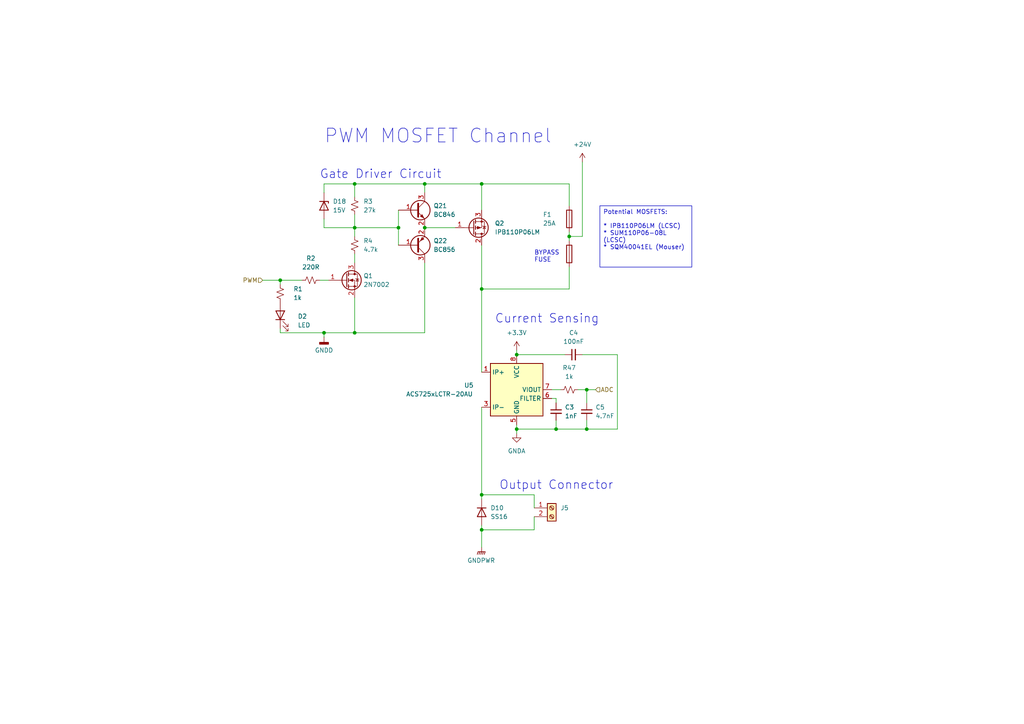
<source format=kicad_sch>
(kicad_sch (version 20231120) (generator "eeschema") (generator_version "8.0")
  (paper "A4")
  (title_block (title "Yarrboard 8ch Mosfet Driver") (rev "C1") (company "https://github.com/hoeken/yarrboard"))
  (lib_symbols
    (symbol "Connector:Screw_Terminal_01x02" (pin_names (offset 1.016) hide)
      (property "Reference" "J" (at 0 2.54 0))
      (property "Value" "Screw_Terminal_01x02" (at 0 -5.08 0))
      (symbol "Screw_Terminal_01x02_1_1"
        (rectangle (start -1.27 1.27) (end 1.27 -3.81) (stroke (width 0.254)) (fill (type background)))
        (circle (center 0 -2.54) (radius 0.635) (stroke (width 0.1524)))
        (polyline (pts (xy -0.5334 -2.2098) (xy 0.3302 -3.048)) (stroke (width 0.1524)))
        (polyline (pts (xy -0.5334 0.3302) (xy 0.3302 -0.508)) (stroke (width 0.1524)))
        (polyline (pts (xy -0.3556 -2.032) (xy 0.508 -2.8702)) (stroke (width 0.1524)))
        (polyline (pts (xy -0.3556 0.508) (xy 0.508 -0.3302)) (stroke (width 0.1524)))
        (circle (center 0 0) (radius 0.635) (stroke (width 0.1524)))
        (pin passive line (at -5.08 0 0) (length 3.81) (name "Pin_1") (number "1"))
        (pin passive line (at -5.08 -2.54 0) (length 3.81) (name "Pin_2") (number "2"))
      )
    )
    (symbol "Device:C_Small" (pin_numbers hide) (pin_names (offset 0.254) hide)
      (property "Reference" "C" (at 0.254 1.778 0))
      (property "Value" "C_Small" (at 0.254 -2.032 0))
      (symbol "C_Small_0_1"
        (polyline (pts (xy -1.524 -0.508) (xy 1.524 -0.508)) (stroke (width 0.3302)))
        (polyline (pts (xy -1.524 0.508) (xy 1.524 0.508)) (stroke (width 0.3048)))
      )
      (symbol "C_Small_1_1"
        (pin passive line (at 0 2.54 270) (length 2.032) (name "~") (number "1"))
        (pin passive line (at 0 -2.54 90) (length 2.032) (name "~") (number "2"))
      )
    )
    (symbol "Device:D_Zener" (pin_numbers hide) (pin_names (offset 1.016) hide)
      (property "Reference" "D" (at 0 2.54 0))
      (property "Value" "D_Zener" (at 0 -2.54 0))
      (symbol "D_Zener_0_1"
        (polyline (pts (xy 1.27 0) (xy -1.27 0)))
        (polyline (pts (xy -1.27 -1.27) (xy -1.27 1.27) (xy -0.762 1.27)) (stroke (width 0.254)))
        (polyline (pts (xy 1.27 -1.27) (xy 1.27 1.27) (xy -1.27 0) (xy 1.27 -1.27)) (stroke (width 0.254)))
      )
      (symbol "D_Zener_1_1"
        (pin passive line (at -3.81 0 0) (length 2.54) (name "K") (number "1"))
        (pin passive line (at 3.81 0 180) (length 2.54) (name "A") (number "2"))
      )
    )
    (symbol "Device:LED" (pin_numbers hide) (pin_names (offset 1.016) hide)
      (property "Reference" "D" (at 0 2.54 0))
      (property "Value" "LED" (at 0 -2.54 0))
      (symbol "LED_0_1"
        (polyline (pts (xy -1.27 -1.27) (xy -1.27 1.27)) (stroke (width 0.254)))
        (polyline (pts (xy -1.27 0) (xy 1.27 0)))
        (polyline (pts (xy 1.27 -1.27) (xy 1.27 1.27) (xy -1.27 0) (xy 1.27 -1.27)) (stroke (width 0.254)))
        (polyline (pts (xy -3.048 -0.762) (xy -4.572 -2.286) (xy -3.81 -2.286) (xy -4.572 -2.286) (xy -4.572 -1.524)))
        (polyline (pts (xy -1.778 -0.762) (xy -3.302 -2.286) (xy -2.54 -2.286) (xy -3.302 -2.286) (xy -3.302 -1.524)))
      )
      (symbol "LED_1_1"
        (pin passive line (at -3.81 0 0) (length 2.54) (name "K") (number "1"))
        (pin passive line (at 3.81 0 180) (length 2.54) (name "A") (number "2"))
      )
    )
    (symbol "Device:R_Small_US" (pin_numbers hide) (pin_names (offset 0.254) hide)
      (property "Reference" "R" (at 0.762 0.508 0))
      (property "Value" "R_Small_US" (at 0.762 -1.016 0))
      (symbol "R_Small_US_1_1"
        (polyline (pts (xy 0 0) (xy 1.016 -0.381) (xy 0 -0.762) (xy -1.016 -1.143) (xy 0 -1.524)))
        (polyline (pts (xy 0 1.524) (xy 1.016 1.143) (xy 0 0.762) (xy -1.016 0.381) (xy 0 0)))
        (pin passive line (at 0 2.54 270) (length 1.016) (name "~") (number "1"))
        (pin passive line (at 0 -2.54 90) (length 1.016) (name "~") (number "2"))
      )
    )
    (symbol "Diode:MRA4004T3G" (pin_numbers hide) (pin_names hide)
      (property "Reference" "D" (at 0 2.54 0))
      (property "Value" "MRA4004T3G" (at 0 -2.54 0))
      (symbol "MRA4004T3G_0_1"
        (polyline (pts (xy -1.27 1.27) (xy -1.27 -1.27)) (stroke (width 0.254)))
        (polyline (pts (xy 1.27 0) (xy -1.27 0)))
        (polyline (pts (xy 1.27 1.27) (xy 1.27 -1.27) (xy -1.27 0) (xy 1.27 1.27)) (stroke (width 0.254)))
      )
      (symbol "MRA4004T3G_1_1"
        (pin passive line (at -3.81 0 0) (length 2.54) (name "K") (number "1"))
        (pin passive line (at 3.81 0 180) (length 2.54) (name "A") (number "2"))
      )
    )
    (symbol "Sensor_Current:ACS725xLCTR-20AU"
      (property "Reference" "U" (at 2.54 11.43 0))
      (property "Value" "ACS725xLCTR-20AU" (at 2.54 8.89 0))
      (symbol "ACS725xLCTR-20AU_0_1"
        (rectangle (start -7.62 7.62) (end 7.62 -7.62) (stroke (width 0.254)) (fill (type background)))
      )
      (symbol "ACS725xLCTR-20AU_1_1"
        (pin passive line (at -10.16 5.08 0) (length 2.54) (name "IP+") (number "1"))
        (pin passive line (at -10.16 5.08 0) (length 2.54) hide (name "IP+") (number "2"))
        (pin passive line (at -10.16 -5.08 0) (length 2.54) (name "IP-") (number "3"))
        (pin passive line (at -10.16 -5.08 0) (length 2.54) hide (name "IP-") (number "4"))
        (pin power_in line (at 0 -10.16 90) (length 2.54) (name "GND") (number "5"))
        (pin passive line (at 10.16 -2.54 180) (length 2.54) (name "FILTER") (number "6"))
        (pin output line (at 10.16 0 180) (length 2.54) (name "VIOUT") (number "7"))
        (pin power_in line (at 0 10.16 270) (length 2.54) (name "VCC") (number "8"))
      )
    )
    (symbol "Transistor_BJT:BC846" (pin_names (offset 0) hide)
      (property "Reference" "Q" (at 5.08 1.905 0))
      (property "Value" "BC846" (at 5.08 0 0))
      (symbol "BC846_0_1"
        (polyline (pts (xy 0.635 0.635) (xy 2.54 2.54)))
        (polyline (pts (xy 0.635 -0.635) (xy 2.54 -2.54) (xy 2.54 -2.54)))
        (polyline (pts (xy 0.635 1.905) (xy 0.635 -1.905) (xy 0.635 -1.905)) (stroke (width 0.508)))
        (polyline (pts (xy 1.27 -1.778) (xy 1.778 -1.27) (xy 2.286 -2.286) (xy 1.27 -1.778) (xy 1.27 -1.778)) (fill (type outline)))
        (circle (center 1.27 0) (radius 2.8194) (stroke (width 0.254)))
      )
      (symbol "BC846_1_1"
        (pin input line (at -5.08 0 0) (length 5.715) (name "B") (number "1"))
        (pin passive line (at 2.54 -5.08 90) (length 2.54) (name "E") (number "2"))
        (pin passive line (at 2.54 5.08 270) (length 2.54) (name "C") (number "3"))
      )
    )
    (symbol "Transistor_BJT:BC856" (pin_names (offset 0) hide)
      (property "Reference" "Q" (at 5.08 1.905 0))
      (property "Value" "BC856" (at 5.08 0 0))
      (symbol "BC856_0_1"
        (polyline (pts (xy 0.635 0.635) (xy 2.54 2.54)))
        (polyline (pts (xy 0.635 -0.635) (xy 2.54 -2.54) (xy 2.54 -2.54)))
        (polyline (pts (xy 0.635 1.905) (xy 0.635 -1.905) (xy 0.635 -1.905)) (stroke (width 0.508)))
        (polyline (pts (xy 2.286 -1.778) (xy 1.778 -2.286) (xy 1.27 -1.27) (xy 2.286 -1.778) (xy 2.286 -1.778)) (fill (type outline)))
        (circle (center 1.27 0) (radius 2.8194) (stroke (width 0.254)))
      )
      (symbol "BC856_1_1"
        (pin input line (at -5.08 0 0) (length 5.715) (name "B") (number "1"))
        (pin passive line (at 2.54 -5.08 90) (length 2.54) (name "E") (number "2"))
        (pin passive line (at 2.54 5.08 270) (length 2.54) (name "C") (number "3"))
      )
    )
    (symbol "Transistor_FET:2N7002" (pin_names hide)
      (property "Reference" "Q" (at 5.08 1.905 0))
      (property "Value" "2N7002" (at 5.08 0 0))
      (symbol "2N7002_0_1"
        (polyline (pts (xy 0.254 0) (xy -2.54 0)))
        (polyline (pts (xy 0.254 1.905) (xy 0.254 -1.905)) (stroke (width 0.254)))
        (polyline (pts (xy 0.762 -1.27) (xy 0.762 -2.286)) (stroke (width 0.254)))
        (polyline (pts (xy 0.762 0.508) (xy 0.762 -0.508)) (stroke (width 0.254)))
        (polyline (pts (xy 0.762 2.286) (xy 0.762 1.27)) (stroke (width 0.254)))
        (polyline (pts (xy 2.54 2.54) (xy 2.54 1.778)))
        (polyline (pts (xy 2.54 -2.54) (xy 2.54 0) (xy 0.762 0)))
        (polyline (pts (xy 0.762 -1.778) (xy 3.302 -1.778) (xy 3.302 1.778) (xy 0.762 1.778)))
        (polyline (pts (xy 1.016 0) (xy 2.032 0.381) (xy 2.032 -0.381) (xy 1.016 0)) (fill (type outline)))
        (polyline (pts (xy 2.794 0.508) (xy 2.921 0.381) (xy 3.683 0.381) (xy 3.81 0.254)))
        (polyline (pts (xy 3.302 0.381) (xy 2.921 -0.254) (xy 3.683 -0.254) (xy 3.302 0.381)))
        (circle (center 1.651 0) (radius 2.794) (stroke (width 0.254)))
        (circle (center 2.54 -1.778) (radius 0.254) (fill (type outline)))
        (circle (center 2.54 1.778) (radius 0.254) (fill (type outline)))
      )
      (symbol "2N7002_1_1"
        (pin input line (at -5.08 0 0) (length 2.54) (name "G") (number "1"))
        (pin passive line (at 2.54 -5.08 90) (length 2.54) (name "S") (number "2"))
        (pin passive line (at 2.54 5.08 270) (length 2.54) (name "D") (number "3"))
      )
    )
    (symbol "Transistor_FET:IRF4905" (pin_names hide)
      (property "Reference" "Q" (at 5.08 1.905 0))
      (property "Value" "IRF4905" (at 5.08 0 0))
      (symbol "IRF4905_0_1"
        (polyline (pts (xy 0.254 0) (xy -2.54 0)))
        (polyline (pts (xy 0.254 1.905) (xy 0.254 -1.905)) (stroke (width 0.254)))
        (polyline (pts (xy 0.762 -1.27) (xy 0.762 -2.286)) (stroke (width 0.254)))
        (polyline (pts (xy 0.762 0.508) (xy 0.762 -0.508)) (stroke (width 0.254)))
        (polyline (pts (xy 0.762 2.286) (xy 0.762 1.27)) (stroke (width 0.254)))
        (polyline (pts (xy 2.54 2.54) (xy 2.54 1.778)))
        (polyline (pts (xy 2.54 -2.54) (xy 2.54 0) (xy 0.762 0)))
        (polyline (pts (xy 0.762 1.778) (xy 3.302 1.778) (xy 3.302 -1.778) (xy 0.762 -1.778)))
        (polyline (pts (xy 2.286 0) (xy 1.27 0.381) (xy 1.27 -0.381) (xy 2.286 0)) (fill (type outline)))
        (polyline (pts (xy 2.794 -0.508) (xy 2.921 -0.381) (xy 3.683 -0.381) (xy 3.81 -0.254)))
        (polyline (pts (xy 3.302 -0.381) (xy 2.921 0.254) (xy 3.683 0.254) (xy 3.302 -0.381)))
        (circle (center 1.651 0) (radius 2.794) (stroke (width 0.254)))
        (circle (center 2.54 -1.778) (radius 0.254) (fill (type outline)))
        (circle (center 2.54 1.778) (radius 0.254) (fill (type outline)))
      )
      (symbol "IRF4905_1_1"
        (pin input line (at -5.08 0 0) (length 2.54) (name "G") (number "1"))
        (pin passive line (at 2.54 5.08 270) (length 2.54) (name "D") (number "2"))
        (pin passive line (at 2.54 -5.08 90) (length 2.54) (name "S") (number "3"))
      )
    )
    (symbol "gnarboard:ATC Fuse Bypass" (pin_numbers hide) (pin_names (offset 0))
      (property "Reference" "F" (at 2.032 5.08 90))
      (property "Value" "ATC Fuse Bypass" (at -1.905 5.08 90))
      (symbol "ATC Fuse Bypass_0_1"
        (rectangle (start -0.762 -7.62) (end 0.762 -2.54) (stroke (width 0.254)))
        (rectangle (start -0.762 2.54) (end 0.762 7.62) (stroke (width 0.254)))
        (polyline (pts (xy 0 -2.54) (xy 0 -7.62)))
        (polyline (pts (xy 0 7.62) (xy 0 2.54)))
      )
      (symbol "ATC Fuse Bypass_1_1"
        (pin passive line (at 0 8.89 270) (length 1.27) (name "~") (number "1"))
        (pin passive line (at 0 -1.27 270) (length 1.27) (name "~") (number "2"))
        (pin passive line (at 0 1.27 90) (length 1.27) (name "~") (number "2"))
        (pin passive line (at 0 -8.89 90) (length 1.27) (name "~") (number "3"))
      )
    )
    (symbol "power:+24V" (power) (pin_names (offset 0))
      (property "Value" "+24V" (at 0 3.556 0))
      (symbol "+24V_0_1"
        (polyline (pts (xy -0.762 1.27) (xy 0 2.54)))
        (polyline (pts (xy 0 0) (xy 0 2.54)))
        (polyline (pts (xy 0 2.54) (xy 0.762 1.27)))
      )
      (symbol "+24V_1_1"
        (pin power_in line (at 0 0 90) (length 0) hide (name "+24V") (number "1"))
      )
    )
    (symbol "power:+3.3V" (power) (pin_names (offset 0))
      (property "Value" "+3.3V" (at 0 3.556 0))
      (symbol "+3.3V_0_1"
        (polyline (pts (xy -0.762 1.27) (xy 0 2.54)))
        (polyline (pts (xy 0 0) (xy 0 2.54)))
        (polyline (pts (xy 0 2.54) (xy 0.762 1.27)))
      )
      (symbol "+3.3V_1_1"
        (pin power_in line (at 0 0 90) (length 0) hide (name "+3.3V") (number "1"))
      )
    )
    (symbol "power:GNDA" (power) (pin_names (offset 0))
      (property "Value" "GNDA" (at 0 -3.81 0))
      (symbol "GNDA_0_1"
        (polyline (pts (xy 0 0) (xy 0 -1.27) (xy 1.27 -1.27) (xy 0 -2.54) (xy -1.27 -1.27) (xy 0 -1.27)))
      )
      (symbol "GNDA_1_1"
        (pin power_in line (at 0 0 270) (length 0) hide (name "GNDA") (number "1"))
      )
    )
    (symbol "power:GNDD" (power) (pin_names (offset 0))
      (property "Value" "GNDD" (at 0 -3.175 0))
      (symbol "GNDD_0_1"
        (rectangle (start -1.27 -1.524) (end 1.27 -2.032) (stroke (width 0.254)) (fill (type outline)))
        (polyline (pts (xy 0 0) (xy 0 -1.524)))
      )
      (symbol "GNDD_1_1"
        (pin power_in line (at 0 0 270) (length 0) hide (name "GNDD") (number "1"))
      )
    )
    (symbol "power:GNDPWR" (power) (pin_names (offset 0))
      (property "Value" "GNDPWR" (at 0 -3.302 0))
      (symbol "GNDPWR_0_1"
        (polyline (pts (xy 0 -1.27) (xy 0 0)))
        (polyline (pts (xy -1.016 -1.27) (xy -1.27 -2.032) (xy -1.27 -2.032)) (stroke (width 0.2032)))
        (polyline (pts (xy -0.508 -1.27) (xy -0.762 -2.032) (xy -0.762 -2.032)) (stroke (width 0.2032)))
        (polyline (pts (xy 0 -1.27) (xy -0.254 -2.032) (xy -0.254 -2.032)) (stroke (width 0.2032)))
        (polyline (pts (xy 0.508 -1.27) (xy 0.254 -2.032) (xy 0.254 -2.032)) (stroke (width 0.2032)))
        (polyline (pts (xy 1.016 -1.27) (xy -1.016 -1.27) (xy -1.016 -1.27)) (stroke (width 0.2032)))
        (polyline (pts (xy 1.016 -1.27) (xy 0.762 -2.032) (xy 0.762 -2.032) (xy 0.762 -2.032)) (stroke (width 0.2032)))
      )
      (symbol "GNDPWR_1_1"
        (pin power_in line (at 0 0 270) (length 0) hide (name "GNDPWR") (number "1"))
      )
    )
  )
  (junction (at 165.1 68.58))
  (junction (at 102.87 53.34))
  (junction (at 123.19 53.34))
  (junction (at 170.18 124.46))
  (junction (at 139.7 83.82))
  (junction (at 81.28 81.28))
  (junction (at 139.7 143.51))
  (junction (at 93.98 96.52))
  (junction (at 115.57 66.04))
  (junction (at 102.87 66.04))
  (junction (at 139.7 53.34))
  (junction (at 149.86 102.87))
  (junction (at 149.86 124.46))
  (junction (at 161.29 124.46))
  (junction (at 170.18 113.03))
  (junction (at 123.19 66.04))
  (junction (at 139.7 153.67))
  (junction (at 102.87 96.52))
  (wire (pts (xy 161.29 115.57) (xy 161.29 116.84)))
  (wire (pts (xy 123.19 53.34) (xy 123.19 55.88)))
  (wire (pts (xy 165.1 67.31) (xy 165.1 68.58)))
  (wire (pts (xy 160.02 113.03) (xy 162.56 113.03)))
  (wire (pts (xy 102.87 57.15) (xy 102.87 53.34)))
  (wire (pts (xy 102.87 62.23) (xy 102.87 66.04)))
  (wire (pts (xy 139.7 153.67) (xy 139.7 158.75)))
  (wire (pts (xy 115.57 66.04) (xy 115.57 71.12)))
  (wire (pts (xy 123.19 66.04) (xy 132.08 66.04)))
  (wire (pts (xy 139.7 143.51) (xy 154.94 143.51)))
  (wire (pts (xy 139.7 153.67) (xy 154.94 153.67)))
  (wire (pts (xy 149.86 102.87) (xy 163.83 102.87)))
  (wire (pts (xy 149.86 124.46) (xy 149.86 123.19)))
  (wire (pts (xy 165.1 53.34) (xy 165.1 59.69)))
  (wire (pts (xy 167.64 113.03) (xy 170.18 113.03)))
  (wire (pts (xy 123.19 96.52) (xy 102.87 96.52)))
  (wire (pts (xy 165.1 53.34) (xy 139.7 53.34)))
  (wire (pts (xy 102.87 66.04) (xy 115.57 66.04)))
  (wire (pts (xy 102.87 86.36) (xy 102.87 96.52)))
  (wire (pts (xy 170.18 113.03) (xy 172.72 113.03)))
  (wire (pts (xy 165.1 68.58) (xy 168.91 68.58)))
  (wire (pts (xy 154.94 153.67) (xy 154.94 149.86)))
  (wire (pts (xy 149.86 101.6) (xy 149.86 102.87)))
  (wire (pts (xy 179.07 124.46) (xy 170.18 124.46)))
  (wire (pts (xy 139.7 71.12) (xy 139.7 83.82)))
  (wire (pts (xy 102.87 73.66) (xy 102.87 76.2)))
  (wire (pts (xy 93.98 66.04) (xy 93.98 63.5)))
  (wire (pts (xy 170.18 113.03) (xy 170.18 116.84)))
  (wire (pts (xy 93.98 97.79) (xy 93.98 96.52)))
  (wire (pts (xy 123.19 53.34) (xy 102.87 53.34)))
  (wire (pts (xy 81.28 96.52) (xy 93.98 96.52)))
  (wire (pts (xy 115.57 60.96) (xy 115.57 66.04)))
  (wire (pts (xy 81.28 81.28) (xy 87.63 81.28)))
  (wire (pts (xy 123.19 76.2) (xy 123.19 96.52)))
  (wire (pts (xy 93.98 53.34) (xy 93.98 55.88)))
  (wire (pts (xy 161.29 124.46) (xy 170.18 124.46)))
  (wire (pts (xy 102.87 96.52) (xy 93.98 96.52)))
  (wire (pts (xy 168.91 102.87) (xy 179.07 102.87)))
  (wire (pts (xy 139.7 53.34) (xy 139.7 60.96)))
  (wire (pts (xy 139.7 152.4) (xy 139.7 153.67)))
  (wire (pts (xy 139.7 53.34) (xy 123.19 53.34)))
  (wire (pts (xy 179.07 102.87) (xy 179.07 124.46)))
  (wire (pts (xy 81.28 82.55) (xy 81.28 81.28)))
  (wire (pts (xy 165.1 77.47) (xy 165.1 83.82)))
  (wire (pts (xy 81.28 96.52) (xy 81.28 95.25)))
  (wire (pts (xy 161.29 115.57) (xy 160.02 115.57)))
  (wire (pts (xy 139.7 83.82) (xy 165.1 83.82)))
  (wire (pts (xy 149.86 124.46) (xy 149.86 125.73)))
  (wire (pts (xy 139.7 83.82) (xy 139.7 107.95)))
  (wire (pts (xy 168.91 46.99) (xy 168.91 68.58)))
  (wire (pts (xy 139.7 118.11) (xy 139.7 143.51)))
  (wire (pts (xy 165.1 68.58) (xy 165.1 69.85)))
  (wire (pts (xy 92.71 81.28) (xy 95.25 81.28)))
  (wire (pts (xy 76.2 81.28) (xy 81.28 81.28)))
  (wire (pts (xy 170.18 121.92) (xy 170.18 124.46)))
  (wire (pts (xy 139.7 144.78) (xy 139.7 143.51)))
  (wire (pts (xy 161.29 124.46) (xy 161.29 121.92)))
  (wire (pts (xy 102.87 53.34) (xy 93.98 53.34)))
  (wire (pts (xy 149.86 124.46) (xy 161.29 124.46)))
  (wire (pts (xy 93.98 66.04) (xy 102.87 66.04)))
  (wire (pts (xy 154.94 143.51) (xy 154.94 147.32)))
  (wire (pts (xy 102.87 68.58) (xy 102.87 66.04)))
  (text_box "Potential MOSFETS:\n\n* IPB110P06LM (LCSC)\n* SUM110P06-08L (LCSC)\n* SQM40041EL (Mouser)" (at 173.99 59.69 0) (size 26.67 17.78) (effects (font (size 1.27 1.27)) (justify left top)))
  (text "Output Connector" (at 144.78 142.24 0) (effects (font (size 2.5 2.5)) (justify left bottom)))
  (text "Current Sensing" (at 143.51 93.98 0) (effects (font (size 2.5 2.5)) (justify left bottom)))
  (text "PWM MOSFET Channel" (at 93.98 41.91 0) (effects (font (size 4 4)) (justify left bottom)))
  (text "BYPASS\nFUSE" (at 154.94 76.2 0) (effects (font (size 1.27 1.27)) (justify left bottom)))
  (text "Gate Driver Circuit" (at 92.71 52.07 0) (effects (font (size 2.5 2.5)) (justify left bottom)))
  (hierarchical_label "PWM" (shape input) (at 76.2 81.28 180))
  (hierarchical_label "ADC" (shape input) (at 172.72 113.03 0))
  (symbol (lib_id "Device:R_Small_US") (at 90.17 81.28 90) (unit 1)
    (property "Reference" "R2" (at 90.17 74.93 90))
    (property "Value" "220R" (at 90.17 77.47 90))
    (property "Footprint" "Resistor_SMD:R_0805_2012Metric_Pad1.20x1.40mm_HandSolder" (effects (hide yes)))
    (property "LCSC" "C114519" (effects (hide yes)))
    (instances (project "8ch-mosfet" (path "" (reference "R2") (unit 1)) (path "" (reference "R10") (unit 1)) (path "" (reference "R22") (unit 1)) (path "" (reference "R26") (unit 1)) (path "" (reference "R14") (unit 1)) (path "" (reference "R18") (unit 1)) (path "" (reference "R30") (unit 1)) (path "" (reference "R6") (unit 1))))
  )
  (symbol (lib_id "Diode:MRA4004T3G") (at 139.7 148.59 270) (unit 1)
    (property "Reference" "D10" (at 142.24 147.32 90) (effects (justify left)))
    (property "Value" "SS16" (at 142.24 149.86 90) (effects (justify left)))
    (property "Footprint" "Diode_SMD:D_SMA" (effects (hide yes)))
    (property "Sim.Device" "D" (effects (hide yes)))
    (property "Sim.Pins" "1=K 2=A" (effects (hide yes)))
    (property "Mouser" "625-SS16-E3 " (effects (hide yes)))
    (instances (project "8ch-mosfet" (path "" (reference "D10") (unit 1)) (path "" (reference "D12") (unit 1)) (path "" (reference "D15") (unit 1)) (path "" (reference "D16") (unit 1)) (path "" (reference "D13") (unit 1)) (path "" (reference "D14") (unit 1)) (path "" (reference "D17") (unit 1)) (path "" (reference "D11") (unit 1))))
  )
  (symbol (lib_id "Device:R_Small_US") (at 81.28 85.09 180) (unit 1)
    (property "Reference" "R1" (at 85.09 83.82 0) (effects (justify right)))
    (property "Value" "1k" (at 85.09 86.36 0) (effects (justify right)))
    (property "Footprint" "Resistor_SMD:R_0805_2012Metric_Pad1.20x1.40mm_HandSolder" (effects (hide yes)))
    (property "LCSC" "C95781" (effects (hide yes)))
    (instances (project "8ch-mosfet" (path "" (reference "R1") (unit 1)) (path "" (reference "R9") (unit 1)) (path "" (reference "R21") (unit 1)) (path "" (reference "R25") (unit 1)) (path "" (reference "R13") (unit 1)) (path "" (reference "R17") (unit 1)) (path "" (reference "R29") (unit 1)) (path "" (reference "R5") (unit 1))))
  )
  (symbol (lib_id "Transistor_BJT:BC846") (at 120.65 60.96 0) (unit 1)
    (property "Reference" "Q21" (at 125.73 59.69 0) (effects (justify left)))
    (property "Value" "BC846" (at 125.73 62.23 0) (effects (justify left)))
    (property "Footprint" "Package_TO_SOT_SMD:SOT-23" (effects (hide yes)))
    (property "Datasheet" "https://assets.nexperia.com/documents/data-sheet/BC846_SER.pdf" (effects (hide yes)))
    (instances (project "8ch-mosfet" (path "" (reference "Q21") (unit 1)) (path "" (reference "Q25") (unit 1)) (path "" (reference "Q31") (unit 1)) (path "" (reference "Q33") (unit 1)) (path "" (reference "Q27") (unit 1)) (path "" (reference "Q29") (unit 1)) (path "" (reference "Q35") (unit 1)) (path "" (reference "Q23") (unit 1))))
  )
  (symbol (lib_id "Device:R_Small_US") (at 102.87 59.69 180) (unit 1)
    (property "Reference" "R3" (at 105.41 58.42 0) (effects (justify right)))
    (property "Value" "27k" (at 105.41 60.96 0) (effects (justify right)))
    (property "Footprint" "Resistor_SMD:R_0805_2012Metric_Pad1.20x1.40mm_HandSolder" (effects (hide yes)))
    (instances (project "8ch-mosfet" (path "" (reference "R3") (unit 1)) (path "" (reference "R11") (unit 1)) (path "" (reference "R23") (unit 1)) (path "" (reference "R27") (unit 1)) (path "" (reference "R15") (unit 1)) (path "" (reference "R19") (unit 1)) (path "" (reference "R31") (unit 1)) (path "" (reference "R7") (unit 1))))
  )
  (symbol (lib_id "gnarboard:ATC Fuse Bypass") (at 165.1 68.58 0) (unit 1)
    (property "Reference" "F1" (at 157.48 62.23 0) (effects (justify left)))
    (property "Value" "25A" (at 157.48 64.77 0) (effects (justify left)))
    (property "Footprint" "yarrboard:ATC Bypass Fuse" (effects (hide yes)))
    (property "Mouser" "534-3522-3 " (effects (hide yes)))
    (instances (project "8ch-mosfet" (path "" (reference "F1") (unit 1)) (path "" (reference "F3") (unit 1)) (path "" (reference "F6") (unit 1)) (path "" (reference "F7") (unit 1)) (path "" (reference "F4") (unit 1)) (path "" (reference "F5") (unit 1)) (path "" (reference "F8") (unit 1)) (path "" (reference "F2") (unit 1))))
  )
  (symbol (lib_id "Device:LED") (at 81.28 91.44 90) (unit 1)
    (property "Reference" "D2" (at 86.36 91.7575 90) (effects (justify right)))
    (property "Value" "LED" (at 86.36 94.2975 90) (effects (justify right)))
    (property "Footprint" "LED_SMD:LED_0805_2012Metric_Pad1.15x1.40mm_HandSolder" (effects (hide yes)))
    (property "Mouser" "150080RS75000" (effects (hide yes)))
    (instances (project "8ch-mosfet" (path "" (reference "D2") (unit 1)) (path "" (reference "D4") (unit 1)) (path "" (reference "D7") (unit 1)) (path "" (reference "D8") (unit 1)) (path "" (reference "D5") (unit 1)) (path "" (reference "D6") (unit 1)) (path "" (reference "D9") (unit 1)) (path "" (reference "D3") (unit 1))))
  )
  (symbol (lib_id "Device:C_Small") (at 166.37 102.87 90) (unit 1)
    (property "Reference" "C4" (at 166.3763 96.52 90))
    (property "Value" "100nF" (at 166.3763 99.06 90))
    (property "Footprint" "Capacitor_SMD:C_0805_2012Metric_Pad1.18x1.45mm_HandSolder" (effects (hide yes)))
    (property "Mouser" "08053C104KAT4A" (effects (hide yes)))
    (property "LCSC" "C49678" (effects (hide yes)))
    (instances (project "8ch-mosfet" (path "" (reference "C4") (unit 1)) (path "" (reference "C10") (unit 1)) (path "" (reference "C19") (unit 1)) (path "" (reference "C22") (unit 1)) (path "" (reference "C13") (unit 1)) (path "" (reference "C16") (unit 1)) (path "" (reference "C25") (unit 1)) (path "" (reference "C7") (unit 1))))
  )
  (symbol (lib_id "Device:C_Small") (at 170.18 119.38 0) (unit 1)
    (property "Reference" "C5" (at 172.72 118.1163 0) (effects (justify left)))
    (property "Value" "4.7nF" (at 172.72 120.6563 0) (effects (justify left)))
    (property "Footprint" "Capacitor_SMD:C_0805_2012Metric_Pad1.18x1.45mm_HandSolder" (effects (hide yes)))
    (property "Mouser" "C0805C472K5RAC" (effects (hide yes)))
    (property "LCSC" "C107153" (effects (hide yes)))
    (instances (project "8ch-mosfet" (path "" (reference "C5") (unit 1)) (path "" (reference "C11") (unit 1)) (path "" (reference "C20") (unit 1)) (path "" (reference "C23") (unit 1)) (path "" (reference "C14") (unit 1)) (path "" (reference "C17") (unit 1)) (path "" (reference "C26") (unit 1)) (path "" (reference "C8") (unit 1))))
  )
  (symbol (lib_id "Connector:Screw_Terminal_01x02") (at 160.02 147.32 0) (unit 1)
    (property "Reference" "J5" (at 162.56 147.32 0) (effects (justify left)))
    (property "Value" "Screw_Terminal_01x02" (effects (hide yes)))
    (property "Footprint" "yarrboard:Molex 1x02 .375" (effects (hide yes)))
    (property "Mouser" " 538-38720-7516" (effects (hide yes)))
    (property "JCLC" "JL45C-09516B01" (effects (hide yes)))
    (instances (project "8ch-mosfet" (path "" (reference "J5") (unit 1)) (path "" (reference "J7") (unit 1)) (path "" (reference "J10") (unit 1)) (path "" (reference "J11") (unit 1)) (path "" (reference "J8") (unit 1)) (path "" (reference "J9") (unit 1)) (path "" (reference "J12") (unit 1)) (path "" (reference "J6") (unit 1))))
  )
  (symbol (lib_id "Device:R_Small_US") (at 165.1 113.03 270) (unit 1)
    (property "Reference" "R47" (at 165.1 106.68 90))
    (property "Value" "1k" (at 165.1 109.22 90))
    (property "Footprint" "Resistor_SMD:R_0805_2012Metric_Pad1.20x1.40mm_HandSolder" (effects (hide yes)))
    (property "LCSC" "C95781" (effects (hide yes)))
    (instances (project "8ch-mosfet" (path "" (reference "R47") (unit 1)) (path "" (reference "R49") (unit 1)) (path "" (reference "R52") (unit 1)) (path "" (reference "R53") (unit 1)) (path "" (reference "R50") (unit 1)) (path "" (reference "R51") (unit 1)) (path "" (reference "R54") (unit 1)) (path "" (reference "R48") (unit 1))))
  )
  (symbol (lib_id "Sensor_Current:ACS725xLCTR-20AU") (at 149.86 113.03 0) (unit 1)
    (property "Reference" "U5" (at 134.62 111.76 0) (effects (justify left)))
    (property "Value" "ACS725xLCTR-20AU" (at 137.16 114.3 0) (effects (justify right)))
    (property "Footprint" "yarrboard:ACS7XX" (effects (hide yes)))
    (property "Datasheet" "http://www.allegromicro.com/~/media/Files/Datasheets/ACS725-Datasheet.ashx?la=en" (effects (hide yes)))
    (property "Mouser" "250-725LLCTR20AUT" (effects (hide yes)))
    (instances (project "8ch-mosfet" (path "" (reference "U5") (unit 1)) (path "" (reference "U7") (unit 1)) (path "" (reference "U10") (unit 1)) (path "" (reference "U11") (unit 1)) (path "" (reference "U8") (unit 1)) (path "" (reference "U9") (unit 1)) (path "" (reference "U12") (unit 1)) (path "" (reference "U6") (unit 1))))
  )
  (symbol (lib_id "Device:R_Small_US") (at 102.87 71.12 180) (unit 1)
    (property "Reference" "R4" (at 105.41 69.85 0) (effects (justify right)))
    (property "Value" "4.7k" (at 105.41 72.39 0) (effects (justify right)))
    (property "Footprint" "Resistor_SMD:R_0805_2012Metric_Pad1.20x1.40mm_HandSolder" (effects (hide yes)))
    (instances (project "8ch-mosfet" (path "" (reference "R4") (unit 1)) (path "" (reference "R12") (unit 1)) (path "" (reference "R24") (unit 1)) (path "" (reference "R28") (unit 1)) (path "" (reference "R16") (unit 1)) (path "" (reference "R20") (unit 1)) (path "" (reference "R32") (unit 1)) (path "" (reference "R8") (unit 1))))
  )
  (symbol (lib_id "Device:C_Small") (at 161.29 119.38 0) (unit 1)
    (property "Reference" "C3" (at 163.83 118.1163 0) (effects (justify left)))
    (property "Value" "1nF" (at 163.83 120.6563 0) (effects (justify left)))
    (property "Footprint" "Capacitor_SMD:C_0805_2012Metric_Pad1.18x1.45mm_HandSolder" (effects (hide yes)))
    (property "Mouser" "C0805C102J1HACTU" (effects (hide yes)))
    (property "LCSC" "C94121" (effects (hide yes)))
    (instances (project "8ch-mosfet" (path "" (reference "C3") (unit 1)) (path "" (reference "C9") (unit 1)) (path "" (reference "C18") (unit 1)) (path "" (reference "C21") (unit 1)) (path "" (reference "C12") (unit 1)) (path "" (reference "C15") (unit 1)) (path "" (reference "C24") (unit 1)) (path "" (reference "C6") (unit 1))))
  )
  (symbol (lib_id "Transistor_BJT:BC856") (at 120.65 71.12 0) (mirror x) (unit 1)
    (property "Reference" "Q22" (at 125.73 69.85 0) (effects (justify left)))
    (property "Value" "BC856" (at 125.73 72.39 0) (effects (justify left)))
    (property "Footprint" "Package_TO_SOT_SMD:SOT-23" (effects (hide yes)))
    (property "Datasheet" "https://www.onsemi.com/pub/Collateral/BC860-D.pdf" (effects (hide yes)))
    (instances (project "8ch-mosfet" (path "" (reference "Q22") (unit 1)) (path "" (reference "Q26") (unit 1)) (path "" (reference "Q32") (unit 1)) (path "" (reference "Q34") (unit 1)) (path "" (reference "Q28") (unit 1)) (path "" (reference "Q30") (unit 1)) (path "" (reference "Q36") (unit 1)) (path "" (reference "Q24") (unit 1))))
  )
  (symbol (lib_id "power:GNDPWR") (at 139.7 158.75 0) (unit 1)
    (property "Reference" "#PWR01" (effects (hide yes)))
    (property "Value" "GNDPWR" (at 139.573 162.56 0))
    (instances (project "8ch-mosfet" (path "" (reference "#PWR01") (unit 1)) (path "" (reference "#PWR024") (unit 1)) (path "" (reference "#PWR039") (unit 1)) (path "" (reference "#PWR044") (unit 1)) (path "" (reference "#PWR029") (unit 1)) (path "" (reference "#PWR034") (unit 1)) (path "" (reference "#PWR049") (unit 1)) (path "" (reference "#PWR019") (unit 1))))
  )
  (symbol (lib_id "Device:D_Zener") (at 93.98 59.69 270) (unit 1)
    (property "Reference" "D18" (at 96.52 58.42 90) (effects (justify left)))
    (property "Value" "15V" (at 96.52 60.96 90) (effects (justify left)))
    (property "Footprint" "Diode_SMD:D_SOD-323_HandSoldering" (effects (hide yes)))
    (property "Mouser" "771-BZX384-C15115" (effects (hide yes)))
    (instances (project "8ch-mosfet" (path "" (reference "D18") (unit 1)) (path "" (reference "D20") (unit 1)) (path "" (reference "D23") (unit 1)) (path "" (reference "D24") (unit 1)) (path "" (reference "D21") (unit 1)) (path "" (reference "D22") (unit 1)) (path "" (reference "D25") (unit 1)) (path "" (reference "D19") (unit 1))))
  )
  (symbol (lib_id "Transistor_FET:IRF4905") (at 137.16 66.04 0) (mirror x) (unit 1)
    (property "Reference" "Q2" (at 143.51 64.77 0) (effects (justify left)))
    (property "Value" "IPB110P06LM" (at 143.51 67.31 0) (effects (justify left)))
    (property "Footprint" "Package_TO_SOT_SMD:TO-263-2" (effects (hide yes)))
    (property "Datasheet" "http://www.infineon.com/dgdl/irf4905.pdf?fileId=5546d462533600a4015355e32165197c" (effects (hide yes)))
    (instances (project "8ch-mosfet" (path "" (reference "Q2") (unit 1)) (path "" (reference "Q6") (unit 1)) (path "" (reference "Q12") (unit 1)) (path "" (reference "Q14") (unit 1)) (path "" (reference "Q8") (unit 1)) (path "" (reference "Q10") (unit 1)) (path "" (reference "Q16") (unit 1)) (path "" (reference "Q4") (unit 1))))
  )
  (symbol (lib_id "power:+24V") (at 168.91 46.99 0) (unit 1)
    (property "Reference" "#PWR015" (effects (hide yes)))
    (property "Value" "+24V" (at 168.91 41.91 0))
    (instances (project "8ch-mosfet" (path "" (reference "#PWR015") (unit 1)) (path "" (reference "#PWR027") (unit 1)) (path "" (reference "#PWR042") (unit 1)) (path "" (reference "#PWR047") (unit 1)) (path "" (reference "#PWR032") (unit 1)) (path "" (reference "#PWR037") (unit 1)) (path "" (reference "#PWR052") (unit 1)) (path "" (reference "#PWR022") (unit 1))))
  )
  (symbol (lib_id "power:GNDD") (at 93.98 97.79 0) (unit 1)
    (property "Reference" "#PWR014" (effects (hide yes)))
    (property "Value" "GNDD" (at 93.98 101.6 0))
    (instances (project "8ch-mosfet" (path "" (reference "#PWR014") (unit 1)) (path "" (reference "#PWR023") (unit 1)) (path "" (reference "#PWR038") (unit 1)) (path "" (reference "#PWR043") (unit 1)) (path "" (reference "#PWR028") (unit 1)) (path "" (reference "#PWR033") (unit 1)) (path "" (reference "#PWR048") (unit 1)) (path "" (reference "#PWR018") (unit 1))))
  )
  (symbol (lib_id "Transistor_FET:2N7002") (at 100.33 81.28 0) (unit 1)
    (property "Reference" "Q1" (at 105.41 80.01 0) (effects (justify left)))
    (property "Value" "2N7002" (at 105.41 82.55 0) (effects (justify left)))
    (property "Footprint" "Package_TO_SOT_SMD:SOT-23" (effects (hide yes)))
    (property "Datasheet" "https://www.onsemi.com/pub/Collateral/NDS7002A-D.PDF" (effects (hide yes)))
    (instances (project "8ch-mosfet" (path "" (reference "Q1") (unit 1)) (path "" (reference "Q5") (unit 1)) (path "" (reference "Q11") (unit 1)) (path "" (reference "Q13") (unit 1)) (path "" (reference "Q7") (unit 1)) (path "" (reference "Q9") (unit 1)) (path "" (reference "Q15") (unit 1)) (path "" (reference "Q3") (unit 1))))
  )
  (symbol (lib_id "power:+3.3V") (at 149.86 101.6 0) (unit 1)
    (property "Reference" "#PWR012" (effects (hide yes)))
    (property "Value" "+3.3V" (at 149.86 96.52 0))
    (instances (project "8ch-mosfet" (path "" (reference "#PWR012") (unit 1)) (path "" (reference "#PWR025") (unit 1)) (path "" (reference "#PWR040") (unit 1)) (path "" (reference "#PWR045") (unit 1)) (path "" (reference "#PWR030") (unit 1)) (path "" (reference "#PWR035") (unit 1)) (path "" (reference "#PWR050") (unit 1)) (path "" (reference "#PWR020") (unit 1))))
  )
  (symbol (lib_id "power:GNDA") (at 149.86 125.73 0) (unit 1)
    (property "Reference" "#PWR013" (effects (hide yes)))
    (property "Value" "GNDA" (at 149.86 130.81 0))
    (instances (project "8ch-mosfet" (path "" (reference "#PWR013") (unit 1)) (path "" (reference "#PWR026") (unit 1)) (path "" (reference "#PWR041") (unit 1)) (path "" (reference "#PWR046") (unit 1)) (path "" (reference "#PWR031") (unit 1)) (path "" (reference "#PWR036") (unit 1)) (path "" (reference "#PWR051") (unit 1)) (path "" (reference "#PWR021") (unit 1))))
  )
)
</source>
